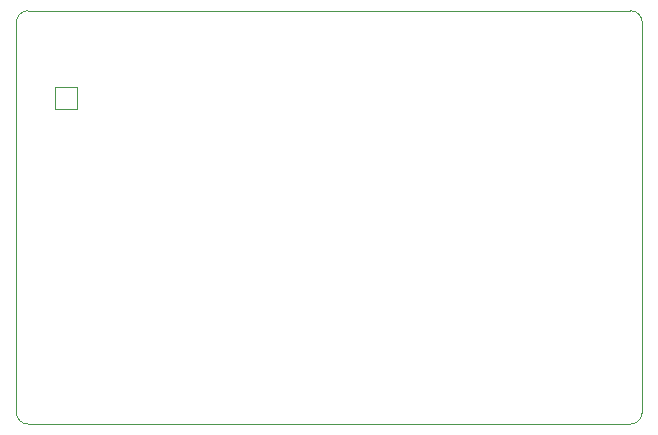
<source format=gbr>
%TF.GenerationSoftware,KiCad,Pcbnew,(7.0.0)*%
%TF.CreationDate,2023-04-07T10:01:58+08:00*%
%TF.ProjectId,Warehouse-on-STM32,57617265-686f-4757-9365-2d6f6e2d5354,rev?*%
%TF.SameCoordinates,Original*%
%TF.FileFunction,Profile,NP*%
%FSLAX46Y46*%
G04 Gerber Fmt 4.6, Leading zero omitted, Abs format (unit mm)*
G04 Created by KiCad (PCBNEW (7.0.0)) date 2023-04-07 10:01:58*
%MOMM*%
%LPD*%
G01*
G04 APERTURE LIST*
%TA.AperFunction,Profile*%
%ADD10C,0.100000*%
%TD*%
G04 APERTURE END LIST*
D10*
X152000000Y-135000000D02*
G75*
G03*
X153000000Y-134000000I0J1000000D01*
G01*
X100000000Y-101000000D02*
X100000000Y-134000000D01*
X100000000Y-134000000D02*
G75*
G03*
X101000000Y-135000000I1000000J0D01*
G01*
X153000000Y-101000000D02*
G75*
G03*
X152000000Y-100000000I-1000000J0D01*
G01*
X101000000Y-100000000D02*
G75*
G03*
X100000000Y-101000000I0J-1000000D01*
G01*
X152000000Y-100000000D02*
X101000000Y-100000000D01*
X101000000Y-134999998D02*
X152000000Y-134999998D01*
X153000000Y-134000000D02*
X153000000Y-101000000D01*
%TO.C,J3*%
X103300000Y-106500000D02*
X105100000Y-106500000D01*
X105100000Y-106500000D02*
X105100000Y-108300000D01*
X105100000Y-108300000D02*
X103300000Y-108300000D01*
X103300000Y-108300000D02*
X103300000Y-106500000D01*
%TD*%
M02*

</source>
